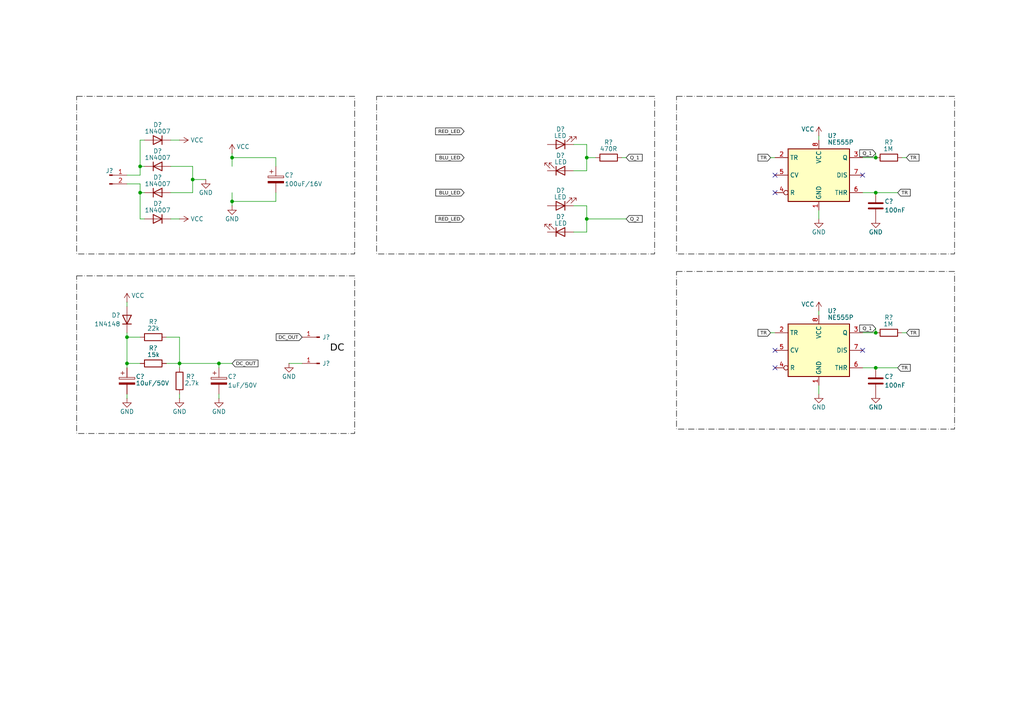
<source format=kicad_sch>
(kicad_sch (version 20231120) (generator "eeschema") (generator_version "8.0")
  (paper "A4")
  (lib_symbols
    (symbol "Connector:Conn_01x01_Pin" (pin_names (offset 1.016) hide)
      (property "Reference" "J" (at 0 2.54 0))
      (property "Value" "Conn_01x01_Pin" (at 0 -2.54 0))
      (symbol "Conn_01x01_Pin_1_1"
        (polyline (pts (xy 1.27 0) (xy 0.8636 0)) (stroke (width 0.1524)))
        (rectangle (start 0.8636 0.127) (end 0 -0.127) (stroke (width 0.1524)) (fill (type outline)))
        (pin passive line (at 5.08 0 180) (length 3.81) (name "Pin_1") (number "1"))
      )
    )
    (symbol "Connector:Conn_01x02_Pin" (pin_names (offset 1.016) hide)
      (property "Reference" "J" (at 0 2.54 0))
      (property "Value" "Conn_01x02_Pin" (at 0 -5.08 0))
      (symbol "Conn_01x02_Pin_1_1"
        (polyline (pts (xy 1.27 -2.54) (xy 0.8636 -2.54)) (stroke (width 0.1524)))
        (polyline (pts (xy 1.27 0) (xy 0.8636 0)) (stroke (width 0.1524)))
        (rectangle (start 0.8636 -2.413) (end 0 -2.667) (stroke (width 0.1524)) (fill (type outline)))
        (rectangle (start 0.8636 0.127) (end 0 -0.127) (stroke (width 0.1524)) (fill (type outline)))
        (pin passive line (at 5.08 0 180) (length 3.81) (name "Pin_1") (number "1"))
        (pin passive line (at 5.08 -2.54 180) (length 3.81) (name "Pin_2") (number "2"))
      )
    )
    (symbol "Device:C" (pin_numbers hide) (pin_names (offset 0.254))
      (property "Reference" "C" (at 0.635 2.54 0))
      (property "Value" "C" (at 0.635 -2.54 0))
      (symbol "C_0_1"
        (polyline (pts (xy -2.032 -0.762) (xy 2.032 -0.762)) (stroke (width 0.508)))
        (polyline (pts (xy -2.032 0.762) (xy 2.032 0.762)) (stroke (width 0.508)))
      )
      (symbol "C_1_1"
        (pin passive line (at 0 3.81 270) (length 2.794) (name "~") (number "1"))
        (pin passive line (at 0 -3.81 90) (length 2.794) (name "~") (number "2"))
      )
    )
    (symbol "Device:C_Polarized" (pin_numbers hide) (pin_names (offset 0.254))
      (property "Reference" "C" (at 0.635 2.54 0))
      (property "Value" "C_Polarized" (at 0.635 -2.54 0))
      (symbol "C_Polarized_0_1"
        (rectangle (start -2.286 0.508) (end 2.286 1.016))
        (polyline (pts (xy -1.778 2.286) (xy -0.762 2.286)))
        (polyline (pts (xy -1.27 2.794) (xy -1.27 1.778)))
        (rectangle (start 2.286 -0.508) (end -2.286 -1.016) (fill (type outline)))
      )
      (symbol "C_Polarized_1_1"
        (pin passive line (at 0 3.81 270) (length 2.794) (name "~") (number "1"))
        (pin passive line (at 0 -3.81 90) (length 2.794) (name "~") (number "2"))
      )
    )
    (symbol "Device:LED" (pin_numbers hide) (pin_names (offset 1.016) hide)
      (property "Reference" "D" (at 0 2.54 0))
      (property "Value" "LED" (at 0 -2.54 0))
      (symbol "LED_0_1"
        (polyline (pts (xy -1.27 -1.27) (xy -1.27 1.27)) (stroke (width 0.254)))
        (polyline (pts (xy -1.27 0) (xy 1.27 0)))
        (polyline (pts (xy 1.27 -1.27) (xy 1.27 1.27) (xy -1.27 0) (xy 1.27 -1.27)) (stroke (width 0.254)))
        (polyline (pts (xy -3.048 -0.762) (xy -4.572 -2.286) (xy -3.81 -2.286) (xy -4.572 -2.286) (xy -4.572 -1.524)))
        (polyline (pts (xy -1.778 -0.762) (xy -3.302 -2.286) (xy -2.54 -2.286) (xy -3.302 -2.286) (xy -3.302 -1.524)))
      )
      (symbol "LED_1_1"
        (pin passive line (at -3.81 0 0) (length 2.54) (name "K") (number "1"))
        (pin passive line (at 3.81 0 180) (length 2.54) (name "A") (number "2"))
      )
    )
    (symbol "Device:R" (pin_numbers hide) (pin_names (offset 0))
      (property "Reference" "R" (at 2.032 0 90))
      (property "Value" "R" (at 0 0 90))
      (symbol "R_0_1"
        (rectangle (start -1.016 -2.54) (end 1.016 2.54) (stroke (width 0.254)))
      )
      (symbol "R_1_1"
        (pin passive line (at 0 3.81 270) (length 1.27) (name "~") (number "1"))
        (pin passive line (at 0 -3.81 90) (length 1.27) (name "~") (number "2"))
      )
    )
    (symbol "Diode:1N4007" (pin_numbers hide) (pin_names hide)
      (property "Reference" "D" (at 0 2.54 0))
      (property "Value" "1N4007" (at 0 -2.54 0))
      (symbol "1N4007_0_1"
        (polyline (pts (xy -1.27 1.27) (xy -1.27 -1.27)) (stroke (width 0.254)))
        (polyline (pts (xy 1.27 0) (xy -1.27 0)))
        (polyline (pts (xy 1.27 1.27) (xy 1.27 -1.27) (xy -1.27 0) (xy 1.27 1.27)) (stroke (width 0.254)))
      )
      (symbol "1N4007_1_1"
        (pin passive line (at -3.81 0 0) (length 2.54) (name "K") (number "1"))
        (pin passive line (at 3.81 0 180) (length 2.54) (name "A") (number "2"))
      )
    )
    (symbol "Diode:1N4148" (pin_numbers hide) (pin_names hide)
      (property "Reference" "D" (at 0 2.54 0))
      (property "Value" "1N4148" (at 0 -2.54 0))
      (symbol "1N4148_0_1"
        (polyline (pts (xy -1.27 1.27) (xy -1.27 -1.27)) (stroke (width 0.254)))
        (polyline (pts (xy 1.27 0) (xy -1.27 0)))
        (polyline (pts (xy 1.27 1.27) (xy 1.27 -1.27) (xy -1.27 0) (xy 1.27 1.27)) (stroke (width 0.254)))
      )
      (symbol "1N4148_1_1"
        (pin passive line (at -3.81 0 0) (length 2.54) (name "K") (number "1"))
        (pin passive line (at 3.81 0 180) (length 2.54) (name "A") (number "2"))
      )
    )
    (symbol "Diode_Bridge:W01G" (pin_names (offset 0))
      (property "Reference" "D" (at 2.54 6.985 0))
      (property "Value" "W01G" (at 2.54 5.08 0))
      (symbol "W01G_0_1"
        (polyline (pts (xy -2.54 3.81) (xy -1.27 2.54)))
        (polyline (pts (xy -1.27 -2.54) (xy -2.54 -3.81)))
        (polyline (pts (xy 2.54 -1.27) (xy 3.81 -2.54)))
        (polyline (pts (xy 2.54 1.27) (xy 3.81 2.54)))
        (polyline (pts (xy -3.81 2.54) (xy -2.54 1.27) (xy -1.905 3.175) (xy -3.81 2.54)))
        (polyline (pts (xy -2.54 -1.27) (xy -3.81 -2.54) (xy -1.905 -3.175) (xy -2.54 -1.27)))
        (polyline (pts (xy 1.27 2.54) (xy 2.54 3.81) (xy 3.175 1.905) (xy 1.27 2.54)))
        (polyline (pts (xy 3.175 -1.905) (xy 1.27 -2.54) (xy 2.54 -3.81) (xy 3.175 -1.905)))
        (polyline (pts (xy -5.08 0) (xy 0 -5.08) (xy 5.08 0) (xy 0 5.08) (xy -5.08 0)))
      )
      (symbol "W01G_1_1"
        (pin passive line (at 7.62 0 180) (length 2.54) (name "+") (number "1"))
        (pin passive line (at 0 -7.62 90) (length 2.54) (name "~") (number "2"))
        (pin passive line (at -7.62 0 0) (length 2.54) (name "-") (number "3"))
        (pin passive line (at 0 7.62 270) (length 2.54) (name "~") (number "4"))
      )
    )
    (symbol "Timer:NE555P"
      (property "Reference" "U" (at -10.16 8.89 0))
      (property "Value" "NE555P" (at 2.54 8.89 0))
      (symbol "NE555P_0_0"
        (pin power_in line (at 0 -10.16 90) (length 2.54) (name "GND") (number "1"))
        (pin power_in line (at 0 10.16 270) (length 2.54) (name "VCC") (number "8"))
      )
      (symbol "NE555P_0_1"
        (rectangle (start -8.89 -7.62) (end 8.89 7.62) (stroke (width 0.254)) (fill (type background)))
        (rectangle (start -8.89 -7.62) (end 8.89 7.62) (stroke (width 0.254)) (fill (type background)))
      )
      (symbol "NE555P_1_1"
        (pin input line (at -12.7 5.08 0) (length 3.81) (name "TR") (number "2"))
        (pin output line (at 12.7 5.08 180) (length 3.81) (name "Q") (number "3"))
        (pin input inverted (at -12.7 -5.08 0) (length 3.81) (name "R") (number "4"))
        (pin input line (at -12.7 0 0) (length 3.81) (name "CV") (number "5"))
        (pin input line (at 12.7 -5.08 180) (length 3.81) (name "THR") (number "6"))
        (pin input line (at 12.7 0 180) (length 3.81) (name "DIS") (number "7"))
      )
    )
    (symbol "power:GND" (power) (pin_numbers hide) (pin_names (offset 0) hide)
      (property "Value" "GND" (at 0 -3.81 0))
      (symbol "GND_0_1"
        (polyline (pts (xy 0 0) (xy 0 -1.27) (xy 1.27 -1.27) (xy 0 -2.54) (xy -1.27 -1.27) (xy 0 -1.27)))
      )
      (symbol "GND_1_1"
        (pin power_in line (at 0 0 270) (length 0) (name "~") (number "1"))
      )
    )
    (symbol "power:VCC" (power) (pin_numbers hide) (pin_names (offset 0) hide)
      (property "Value" "VCC" (at 0 3.556 0))
      (symbol "VCC_0_1"
        (polyline (pts (xy -0.762 1.27) (xy 0 2.54)))
        (polyline (pts (xy 0 0) (xy 0 2.54)))
        (polyline (pts (xy 0 2.54) (xy 0.762 1.27)))
      )
      (symbol "VCC_1_1"
        (pin power_in line (at 0 0 90) (length 0) (name "~") (number "1"))
      )
    )
    (symbol "power:VCCQ" (power) (pin_numbers hide) (pin_names (offset 0) hide)
      (property "Value" "VCCQ" (at 0 3.556 0))
      (symbol "VCCQ_0_1"
        (polyline (pts (xy -0.762 1.27) (xy 0 2.54)))
        (polyline (pts (xy 0 0) (xy 0 2.54)))
        (polyline (pts (xy 0 2.54) (xy 0.762 1.27)))
      )
      (symbol "VCCQ_1_1"
        (pin power_in line (at 0 0 90) (length 0) (name "~") (number "1"))
      )
    )
  )
  (junction (at 170.18 45.72))
  (junction (at 49.53 -40.64))
  (junction (at 52.07 105.41))
  (junction (at 67.31 45.72))
  (junction (at 40.64 55.88))
  (junction (at 254 106.68))
  (junction (at 55.88 52.07))
  (junction (at 254 45.72))
  (junction (at 36.83 -20.32))
  (junction (at 40.64 48.26))
  (junction (at 49.53 -30.48))
  (junction (at 49.53 -10.16))
  (junction (at 254 55.88))
  (junction (at 63.5 105.41))
  (junction (at 254 96.52))
  (junction (at 49.53 -20.32))
  (junction (at 36.83 97.79))
  (junction (at 36.83 105.41))
  (junction (at 67.31 58.42))
  (junction (at 36.83 -30.48))
  (junction (at 170.18 63.5))
  (no_connect (at 250.19 101.6))
  (no_connect (at 224.79 106.68))
  (no_connect (at 224.79 50.8))
  (no_connect (at 250.19 50.8))
  (no_connect (at 224.79 55.88))
  (no_connect (at 224.79 101.6))
  (wire (pts (xy 80.01 58.42) (xy 80.01 55.88)))
  (wire (pts (xy 67.31 45.72) (xy 80.01 45.72)))
  (wire (pts (xy 181.61 45.72) (xy 180.34 45.72)))
  (wire (pts (xy 45.72 -20.32) (xy 49.53 -20.32)))
  (wire (pts (xy 36.83 -24.13) (xy 36.83 -20.32)))
  (wire (pts (xy 254 44.45) (xy 254 45.72)))
  (wire (pts (xy 49.53 -30.48) (xy 49.53 -20.32)))
  (wire (pts (xy 250.19 96.52) (xy 254 96.52)))
  (wire (pts (xy 260.35 55.88) (xy 254 55.88)))
  (wire (pts (xy 49.53 -30.48) (xy 54.61 -30.48)))
  (wire (pts (xy 170.18 45.72) (xy 170.18 49.53)))
  (wire (pts (xy 41.91 40.64) (xy 40.64 40.64)))
  (wire (pts (xy 36.83 -24.13) (xy 33.02 -24.13)))
  (wire (pts (xy 40.64 55.88) (xy 41.91 55.88)))
  (wire (pts (xy 49.53 -10.16) (xy 45.72 -10.16)))
  (wire (pts (xy 40.64 105.41) (xy 36.83 105.41)))
  (wire (pts (xy 36.83 97.79) (xy 36.83 105.41)))
  (wire (pts (xy 237.49 90.17) (xy 237.49 91.44)))
  (wire (pts (xy 63.5 114.3) (xy 63.5 115.57)))
  (wire (pts (xy 49.53 -11.43) (xy 49.53 -10.16)))
  (wire (pts (xy 170.18 63.5) (xy 181.61 63.5)))
  (wire (pts (xy 36.83 50.8) (xy 40.64 50.8)))
  (wire (pts (xy 170.18 45.72) (xy 172.72 45.72)))
  (wire (pts (xy 52.07 115.57) (xy 52.07 114.3)))
  (wire (pts (xy 40.64 97.79) (xy 36.83 97.79)))
  (wire (pts (xy 49.53 -40.64) (xy 53.34 -40.64)))
  (wire (pts (xy 40.64 40.64) (xy 40.64 48.26)))
  (wire (pts (xy 170.18 59.69) (xy 170.18 63.5)))
  (wire (pts (xy 260.35 106.68) (xy 254 106.68)))
  (wire (pts (xy 67.31 44.45) (xy 67.31 45.72)))
  (wire (pts (xy 40.64 55.88) (xy 40.64 63.5)))
  (wire (pts (xy 170.18 41.91) (xy 170.18 45.72)))
  (wire (pts (xy 36.83 53.34) (xy 40.64 53.34)))
  (wire (pts (xy 262.89 96.52) (xy 261.62 96.52)))
  (wire (pts (xy 250.19 55.88) (xy 254 55.88)))
  (wire (pts (xy 38.1 -10.16) (xy 36.83 -10.16)))
  (wire (pts (xy 36.83 -40.64) (xy 38.1 -40.64)))
  (wire (pts (xy 36.83 105.41) (xy 36.83 106.68)))
  (wire (pts (xy 67.31 55.88) (xy 67.31 58.42)))
  (wire (pts (xy 36.83 114.3) (xy 36.83 115.57)))
  (wire (pts (xy 49.53 -40.64) (xy 49.53 -39.37)))
  (wire (pts (xy 40.64 48.26) (xy 41.91 48.26)))
  (wire (pts (xy 223.52 96.52) (xy 224.79 96.52)))
  (wire (pts (xy 49.53 -41.91) (xy 49.53 -40.64)))
  (wire (pts (xy 49.53 -19.05) (xy 49.53 -20.32)))
  (wire (pts (xy 67.31 58.42) (xy 80.01 58.42)))
  (wire (pts (xy 54.61 -30.48) (xy 54.61 -29.21)))
  (wire (pts (xy 170.18 41.91) (xy 166.37 41.91)))
  (wire (pts (xy 49.53 -8.89) (xy 49.53 -10.16)))
  (wire (pts (xy 262.89 45.72) (xy 261.62 45.72)))
  (wire (pts (xy 170.18 67.31) (xy 166.37 67.31)))
  (wire (pts (xy 36.83 96.52) (xy 36.83 97.79)))
  (wire (pts (xy 36.83 -10.16) (xy 36.83 -20.32)))
  (wire (pts (xy 170.18 59.69) (xy 166.37 59.69)))
  (wire (pts (xy 40.64 50.8) (xy 40.64 48.26)))
  (wire (pts (xy 36.83 -30.48) (xy 38.1 -30.48)))
  (wire (pts (xy 48.26 97.79) (xy 52.07 97.79)))
  (wire (pts (xy 49.53 -30.48) (xy 49.53 -31.75)))
  (wire (pts (xy 36.83 87.63) (xy 36.83 88.9)))
  (wire (pts (xy 55.88 48.26) (xy 55.88 52.07)))
  (wire (pts (xy 52.07 105.41) (xy 63.5 105.41)))
  (wire (pts (xy 254 95.25) (xy 254 96.52)))
  (wire (pts (xy 223.52 45.72) (xy 224.79 45.72)))
  (wire (pts (xy 63.5 105.41) (xy 67.31 105.41)))
  (wire (pts (xy 55.88 55.88) (xy 49.53 55.88)))
  (wire (pts (xy 55.88 52.07) (xy 55.88 55.88)))
  (wire (pts (xy 52.07 63.5) (xy 49.53 63.5)))
  (wire (pts (xy 45.72 -30.48) (xy 49.53 -30.48)))
  (wire (pts (xy 59.69 52.07) (xy 55.88 52.07)))
  (wire (pts (xy 45.72 -40.64) (xy 49.53 -40.64)))
  (wire (pts (xy 63.5 106.68) (xy 63.5 105.41)))
  (wire (pts (xy 49.53 48.26) (xy 55.88 48.26)))
  (wire (pts (xy 52.07 40.64) (xy 49.53 40.64)))
  (wire (pts (xy 52.07 97.79) (xy 52.07 105.41)))
  (wire (pts (xy 67.31 45.72) (xy 67.31 48.26)))
  (wire (pts (xy 237.49 39.37) (xy 237.49 40.64)))
  (wire (pts (xy 237.49 63.5) (xy 237.49 60.96)))
  (wire (pts (xy 170.18 49.53) (xy 166.37 49.53)))
  (wire (pts (xy 40.64 53.34) (xy 40.64 55.88)))
  (wire (pts (xy 36.83 -30.48) (xy 36.83 -26.67)))
  (wire (pts (xy 36.83 -30.48) (xy 36.83 -40.64)))
  (wire (pts (xy 250.19 45.72) (xy 254 45.72)))
  (wire (pts (xy 170.18 63.5) (xy 170.18 67.31)))
  (wire (pts (xy 80.01 45.72) (xy 80.01 48.26)))
  (wire (pts (xy 83.82 105.41) (xy 87.63 105.41)))
  (wire (pts (xy 250.19 106.68) (xy 254 106.68)))
  (wire (pts (xy 40.64 63.5) (xy 41.91 63.5)))
  (wire (pts (xy 52.07 105.41) (xy 52.07 106.68)))
  (wire (pts (xy 237.49 114.3) (xy 237.49 111.76)))
  (wire (pts (xy 36.83 -20.32) (xy 38.1 -20.32)))
  (wire (pts (xy 36.83 -26.67) (xy 33.02 -26.67)))
  (wire (pts (xy 67.31 59.69) (xy 67.31 58.42)))
  (wire (pts (xy 48.26 105.41) (xy 52.07 105.41)))
  (rectangle (start 22.225 27.94) (end 102.87 73.66) (stroke (width 0) (type dash_dot) (color 0 0 0 1)))
  (rectangle (start 196.215 27.94) (end 276.86 73.66) (stroke (width 0) (type dash_dot) (color 0 0 0 1)))
  (rectangle (start 109.22 27.94) (end 189.865 73.66) (stroke (width 0) (type dash_dot) (color 0 0 0 1)))
  (rectangle (start 196.215 78.74) (end 276.86 124.46) (stroke (width 0) (type dash_dot) (color 0 0 0 1)))
  (rectangle (start 22.225 80.01) (end 102.87 125.73) (stroke (width 0) (type dash_dot) (color 0 0 0 1)))
  (text "AC" (at 24.13 -24.765 0) (effects (font (size 2 2))))
  (text "DC" (at 97.79 101.6 0) (effects (font (size 2 2))))
  (global_label "BLU_LED" (shape input) (at 134.62 55.88 180) (effects (font (size 1 1))) (property "Intersheetrefs" "${INTERSHEET_REFS}" (effects (hide yes))))
  (global_label "TR" (shape input) (at 262.89 96.52 0) (effects (font (size 1 1))) (property "Intersheetrefs" "${INTERSHEET_REFS}" (effects (hide yes))))
  (global_label "Q_1" (shape input) (at 254 95.25 180) (effects (font (size 1 1))) (property "Intersheetrefs" "${INTERSHEET_REFS}" (effects (hide yes))))
  (global_label "TR" (shape input) (at 260.35 106.68 0) (effects (font (size 1 1))) (property "Intersheetrefs" "${INTERSHEET_REFS}" (effects (hide yes))))
  (global_label "Q_2" (shape input) (at 181.61 63.5 0) (effects (font (size 1 1))) (property "Intersheetrefs" "${INTERSHEET_REFS}" (effects (hide yes))))
  (global_label "DC_OUT" (shape input) (at 87.63 97.79 180) (effects (font (size 1 1))) (property "Intersheetrefs" "${INTERSHEET_REFS}" (effects (hide yes))))
  (global_label "DC_OUT" (shape input) (at 67.31 105.41 0) (effects (font (size 1 1))) (property "Intersheetrefs" "${INTERSHEET_REFS}" (effects (hide yes))))
  (global_label "Q_1" (shape input) (at 254 44.45 180) (effects (font (size 1 1))) (property "Intersheetrefs" "${INTERSHEET_REFS}" (effects (hide yes))))
  (global_label "RED_LED" (shape input) (at 134.62 38.1 180) (effects (font (size 1 1))) (property "Intersheetrefs" "${INTERSHEET_REFS}" (effects (hide yes))))
  (global_label "TR" (shape input) (at 260.35 55.88 0) (effects (font (size 1 1))) (property "Intersheetrefs" "${INTERSHEET_REFS}" (effects (hide yes))))
  (global_label "TR" (shape input) (at 262.89 45.72 0) (effects (font (size 1 1))) (property "Intersheetrefs" "${INTERSHEET_REFS}" (effects (hide yes))))
  (global_label "TR" (shape input) (at 223.52 96.52 180) (effects (font (size 1 1))) (property "Intersheetrefs" "${INTERSHEET_REFS}" (effects (hide yes))))
  (global_label "BLU_LED" (shape input) (at 134.62 45.72 180) (effects (font (size 1 1))) (property "Intersheetrefs" "${INTERSHEET_REFS}" (effects (hide yes))))
  (global_label "RED_LED" (shape input) (at 134.62 63.5 180) (effects (font (size 1 1))) (property "Intersheetrefs" "${INTERSHEET_REFS}" (effects (hide yes))))
  (global_label "Q_1" (shape input) (at 181.61 45.72 0) (effects (font (size 1 1))) (property "Intersheetrefs" "${INTERSHEET_REFS}" (effects (hide yes))))
  (global_label "TR" (shape input) (at 223.52 45.72 180) (effects (font (size 1 1))) (property "Intersheetrefs" "${INTERSHEET_REFS}" (effects (hide yes))))
  (symbol (lib_id "Diode:1N4007") (at 45.72 48.26 0) (unit 1)
    (property "Reference" "D?" (at 45.72 43.815 0))
    (property "Value" "1N4007" (at 45.72 45.72 0))
    (property "Footprint" "Diode_THT:D_DO-41_SOD81_P10.16mm_Horizontal" (effects (hide yes)))
    (property "Datasheet" "http://www.vishay.com/docs/88503/1n4001.pdf" (effects (hide yes)))
    (property "Description" "1000V 1A General Purpose Rectifier Diode, DO-41" (effects (hide yes)))
    (property "Sim.Device" "D" (effects (hide yes)))
    (property "Sim.Pins" "1=K 2=A" (effects (hide yes)))
  )
  (symbol (lib_id "power:GND") (at 67.31 59.69 0) (unit 1)
    (property "Reference" "#PWR024" (effects (hide yes)))
    (property "Value" "GND" (at 67.31 63.5 0))
    (property "Description" "Power symbol creates a global label with name \"GND\" , ground" (effects (hide yes)))
  )
  (symbol (lib_id "Device:R") (at 44.45 105.41 90) (unit 1)
    (property "Reference" "R?" (at 45.72 100.965 90) (effects (justify left)))
    (property "Value" "15k" (at 46.355 102.87 90) (effects (justify left)))
    (property "Footprint" "Resistor_THT:R_Axial_DIN0207_L6.3mm_D2.5mm_P10.16mm_Horizontal" (effects (hide yes)))
    (property "Description" "Resistor" (effects (hide yes)))
  )
  (symbol (lib_id "Device:LED") (at 162.56 49.53 0) (mirror x) (unit 1)
    (property "Reference" "D?" (at 163.83 45.085 0) (effects (justify right)))
    (property "Value" "LED" (at 164.465 46.99 0) (effects (justify right)))
    (property "Footprint" "LED_THT:LED_D5.0mm_Clear" (effects (hide yes)))
    (property "Description" "Light emitting diode" (effects (hide yes)))
  )
  (symbol (lib_id "Diode_Bridge:W01G") (at 123.19 -22.86 0) (unit 1)
    (property "Reference" "D?" (at 132.08 -29.2802 0))
    (property "Value" "W01G" (at 132.08 -26.7402 0))
    (property "Footprint" "Diode_THT:Diode_Bridge_Round_D9.8mm" (effects (hide yes)))
    (property "Datasheet" "https://www.vishay.com/docs/88769/woo5g.pdf" (effects (hide yes)))
    (property "Description" "Glass Passivated Single-Phase Bridge Rectifier, 70V Vrms, 1.5A If, WOG package" (effects (hide yes)))
  )
  (symbol (lib_id "Diode:1N4007") (at 41.91 -40.64 0) (mirror y) (unit 1)
    (property "Reference" "D?" (at 41.91 -45.085 0))
    (property "Value" "1N4007" (at 41.91 -43.18 0))
    (property "Footprint" "Diode_THT:D_DO-41_SOD81_P10.16mm_Horizontal" (effects (hide yes)))
    (property "Datasheet" "http://www.vishay.com/docs/88503/1n4001.pdf" (effects (hide yes)))
    (property "Description" "1000V 1A General Purpose Rectifier Diode, DO-41" (effects (hide yes)))
    (property "Sim.Device" "D" (effects (hide yes)))
    (property "Sim.Pins" "1=K 2=A" (effects (hide yes)))
  )
  (symbol (lib_id "power:GND") (at 254 114.3 0) (unit 1)
    (property "Reference" "#PWR019" (effects (hide yes)))
    (property "Value" "GND" (at 254 118.11 0))
    (property "Description" "Power symbol creates a global label with name \"GND\" , ground" (effects (hide yes)))
  )
  (symbol (lib_id "Diode:1N4007") (at 41.91 -20.32 0) (unit 1)
    (property "Reference" "D?" (at 41.91 -24.765 0))
    (property "Value" "1N4007" (at 41.91 -22.86 0))
    (property "Footprint" "Diode_THT:D_DO-41_SOD81_P10.16mm_Horizontal" (effects (hide yes)))
    (property "Datasheet" "http://www.vishay.com/docs/88503/1n4001.pdf" (effects (hide yes)))
    (property "Description" "1000V 1A General Purpose Rectifier Diode, DO-41" (effects (hide yes)))
    (property "Sim.Device" "D" (effects (hide yes)))
    (property "Sim.Pins" "1=K 2=A" (effects (hide yes)))
  )
  (symbol (lib_id "power:VCC") (at 36.83 87.63 0) (unit 1)
    (property "Reference" "#PWR01" (effects (hide yes)))
    (property "Value" "VCC" (at 40.005 85.725 0))
    (property "Description" "Power symbol creates a global label with name \"VCC\"" (effects (hide yes)))
  )
  (symbol (lib_id "Diode:1N4007") (at 41.91 -30.48 0) (unit 1)
    (property "Reference" "D?" (at 41.91 -34.925 0))
    (property "Value" "1N4007" (at 41.91 -33.02 0))
    (property "Footprint" "Diode_THT:D_DO-41_SOD81_P10.16mm_Horizontal" (effects (hide yes)))
    (property "Datasheet" "http://www.vishay.com/docs/88503/1n4001.pdf" (effects (hide yes)))
    (property "Description" "1000V 1A General Purpose Rectifier Diode, DO-41" (effects (hide yes)))
    (property "Sim.Device" "D" (effects (hide yes)))
    (property "Sim.Pins" "1=K 2=A" (effects (hide yes)))
  )
  (symbol (lib_id "power:VCC") (at 60.96 -40.64 270) (unit 1)
    (property "Reference" "#PWR08" (effects (hide yes)))
    (property "Value" "VCC" (at 64.77 -40.6401 90) (effects (justify left)))
    (property "Description" "Power symbol creates a global label with name \"VCC\"" (effects (hide yes)))
  )
  (symbol (lib_id "Device:C_Polarized") (at 49.53 -35.56 0) (unit 1)
    (property "Reference" "C?" (at 52.07 -36.83 0) (effects (justify left)))
    (property "Value" "100uF/16V" (at 52.07 -34.29 0) (effects (justify left)))
    (property "Footprint" "Capacitor_THT:CP_Radial_D6.3mm_P2.50mm" (effects (hide yes)))
    (property "Description" "Polarized capacitor" (effects (hide yes)))
  )
  (symbol (lib_id "power:GND") (at 36.83 115.57 0) (unit 1)
    (property "Reference" "#PWR02" (effects (hide yes)))
    (property "Value" "GND" (at 36.83 119.38 0))
    (property "Description" "Power symbol creates a global label with name \"GND\" , ground" (effects (hide yes)))
  )
  (symbol (lib_id "Device:LED") (at 162.56 59.69 180) (unit 1)
    (property "Reference" "D?" (at 161.29 55.245 0) (effects (justify right)))
    (property "Value" "LED" (at 160.655 57.15 0) (effects (justify right)))
    (property "Footprint" "LED_THT:LED_D5.0mm_Clear" (effects (hide yes)))
    (property "Description" "Light emitting diode" (effects (hide yes)))
  )
  (symbol (lib_id "Device:C_Polarized") (at 36.83 110.49 0) (unit 1)
    (property "Reference" "C?" (at 39.37 109.22 0) (effects (justify left)))
    (property "Value" "10uF/50V" (at 39.37 111.125 0) (effects (justify left)))
    (property "Footprint" "Capacitor_THT:CP_Radial_D6.3mm_P2.50mm" (effects (hide yes)))
    (property "Description" "Polarized capacitor" (effects (hide yes)))
  )
  (symbol (lib_id "power:VCC") (at 67.31 44.45 0) (unit 1)
    (property "Reference" "#PWR023" (effects (hide yes)))
    (property "Value" "VCC" (at 70.485 42.545 0))
    (property "Description" "Power symbol creates a global label with name \"VCC\"" (effects (hide yes)))
  )
  (symbol (lib_id "power:VCCQ") (at 49.53 -41.91 0) (unit 1)
    (property "Reference" "#PWR05" (effects (hide yes)))
    (property "Value" "VCCQ" (at 49.53 -45.72 0))
    (property "Description" "Power symbol creates a global label with name \"VCCQ\"" (effects (hide yes)))
  )
  (symbol (lib_id "Device:C") (at 254 110.49 0) (unit 1)
    (property "Reference" "C?" (at 256.54 109.22 0) (effects (justify left)))
    (property "Value" "100nF" (at 256.54 111.76 0) (effects (justify left)))
    (property "Footprint" "Capacitor_THT:C_Disc_D6.0mm_W2.5mm_P5.00mm" (effects (hide yes)))
    (property "Description" "Unpolarized capacitor" (effects (hide yes)))
  )
  (symbol (lib_id "power:VCC") (at 52.07 63.5 270) (unit 1)
    (property "Reference" "#PWR022" (effects (hide yes)))
    (property "Value" "VCC" (at 57.15 63.5 90))
    (property "Description" "Power symbol creates a global label with name \"VCC\"" (effects (hide yes)))
  )
  (symbol (lib_id "Device:C") (at 254 59.69 0) (unit 1)
    (property "Reference" "C?" (at 256.54 58.42 0) (effects (justify left)))
    (property "Value" "100nF" (at 256.54 60.96 0) (effects (justify left)))
    (property "Footprint" "Capacitor_THT:C_Disc_D6.0mm_W2.5mm_P5.00mm" (effects (hide yes)))
    (property "Description" "Unpolarized capacitor" (effects (hide yes)))
  )
  (symbol (lib_id "Diode:1N4007") (at 41.91 -10.16 0) (mirror y) (unit 1)
    (property "Reference" "D?" (at 41.91 -14.605 0))
    (property "Value" "1N4007" (at 41.91 -12.7 0))
    (property "Footprint" "Diode_THT:D_DO-41_SOD81_P10.16mm_Horizontal" (effects (hide yes)))
    (property "Datasheet" "http://www.vishay.com/docs/88503/1n4001.pdf" (effects (hide yes)))
    (property "Description" "1000V 1A General Purpose Rectifier Diode, DO-41" (effects (hide yes)))
    (property "Sim.Device" "D" (effects (hide yes)))
    (property "Sim.Pins" "1=K 2=A" (effects (hide yes)))
  )
  (symbol (lib_id "Device:C_Polarized") (at 63.5 110.49 0) (unit 1)
    (property "Reference" "C?" (at 66.04 109.22 0) (effects (justify left)))
    (property "Value" "1uF/50V" (at 66.04 111.76 0) (effects (justify left)))
    (property "Footprint" "Capacitor_THT:CP_Radial_D6.3mm_P2.50mm" (effects (hide yes)))
    (property "Description" "Polarized capacitor" (effects (hide yes)))
  )
  (symbol (lib_id "Diode:1N4007") (at 57.15 -40.64 0) (mirror y) (unit 1)
    (property "Reference" "D?" (at 57.15 -45.085 0))
    (property "Value" "1N4007" (at 57.15 -43.18 0))
    (property "Footprint" "Diode_THT:D_DO-41_SOD81_P10.16mm_Horizontal" (effects (hide yes)))
    (property "Datasheet" "http://www.vishay.com/docs/88503/1n4001.pdf" (effects (hide yes)))
    (property "Description" "1000V 1A General Purpose Rectifier Diode, DO-41" (effects (hide yes)))
    (property "Sim.Device" "D" (effects (hide yes)))
    (property "Sim.Pins" "1=K 2=A" (effects (hide yes)))
  )
  (symbol (lib_id "Device:R") (at 44.45 97.79 90) (unit 1)
    (property "Reference" "R?" (at 45.72 93.345 90) (effects (justify left)))
    (property "Value" "22k" (at 46.355 95.25 90) (effects (justify left)))
    (property "Footprint" "Resistor_THT:R_Axial_DIN0207_L6.3mm_D2.5mm_P10.16mm_Horizontal" (effects (hide yes)))
    (property "Description" "Resistor" (effects (hide yes)))
  )
  (symbol (lib_id "Diode:1N4007") (at 45.72 40.64 0) (mirror y) (unit 1)
    (property "Reference" "D?" (at 45.72 36.195 0))
    (property "Value" "1N4007" (at 45.72 38.1 0))
    (property "Footprint" "Diode_THT:D_DO-41_SOD81_P10.16mm_Horizontal" (effects (hide yes)))
    (property "Datasheet" "http://www.vishay.com/docs/88503/1n4001.pdf" (effects (hide yes)))
    (property "Description" "1000V 1A General Purpose Rectifier Diode, DO-41" (effects (hide yes)))
    (property "Sim.Device" "D" (effects (hide yes)))
    (property "Sim.Pins" "1=K 2=A" (effects (hide yes)))
  )
  (symbol (lib_id "power:GND") (at 254 63.5 0) (unit 1)
    (property "Reference" "#PWR014" (effects (hide yes)))
    (property "Value" "GND" (at 254 67.31 0))
    (property "Description" "Power symbol creates a global label with name \"GND\" , ground" (effects (hide yes)))
  )
  (symbol (lib_id "Device:R") (at 52.07 110.49 180) (unit 1)
    (property "Reference" "R?" (at 56.515 109.22 0) (effects (justify left)))
    (property "Value" "2.7k" (at 57.785 111.125 0) (effects (justify left)))
    (property "Footprint" "Resistor_THT:R_Axial_DIN0207_L6.3mm_D2.5mm_P10.16mm_Horizontal" (effects (hide yes)))
    (property "Description" "Resistor" (effects (hide yes)))
  )
  (symbol (lib_id "power:VCC") (at 237.49 39.37 0) (unit 1)
    (property "Reference" "#PWR017" (effects (hide yes)))
    (property "Value" "VCC" (at 234.315 37.465 0))
    (property "Description" "Power symbol creates a global label with name \"VCC\"" (effects (hide yes)))
  )
  (symbol (lib_id "Timer:NE555P") (at 237.49 101.6 0) (unit 1)
    (property "Reference" "U?" (at 240.03 90.17 0) (effects (justify left)))
    (property "Value" "NE555P" (at 240.03 92.075 0) (effects (justify left)))
    (property "Footprint" "Package_DIP:DIP-8_W7.62mm" (effects (hide yes)))
    (property "Datasheet" "http://www.ti.com/lit/ds/symlink/ne555.pdf" (effects (hide yes)))
    (property "Description" "Precision Timers, 555 compatible,  PDIP-8" (effects (hide yes)))
  )
  (symbol (lib_id "power:VCCQ") (at 49.53 -8.89 180) (unit 1)
    (property "Reference" "#PWR06" (effects (hide yes)))
    (property "Value" "VCCQ" (at 53.34 -6.985 0))
    (property "Description" "Power symbol creates a global label with name \"VCCQ\"" (effects (hide yes)))
  )
  (symbol (lib_id "power:GND") (at 59.69 52.07 0) (unit 1)
    (property "Reference" "#PWR020" (effects (hide yes)))
    (property "Value" "GND" (at 59.69 55.88 0))
    (property "Description" "Power symbol creates a global label with name \"GND\" , ground" (effects (hide yes)))
  )
  (symbol (lib_id "Device:LED") (at 162.56 41.91 180) (unit 1)
    (property "Reference" "D?" (at 161.29 37.465 0) (effects (justify right)))
    (property "Value" "LED" (at 160.655 39.37 0) (effects (justify right)))
    (property "Footprint" "LED_THT:LED_D5.0mm_Clear" (effects (hide yes)))
    (property "Description" "Light emitting diode" (effects (hide yes)))
  )
  (symbol (lib_id "power:GND") (at 52.07 115.57 0) (unit 1)
    (property "Reference" "#PWR03" (effects (hide yes)))
    (property "Value" "GND" (at 52.07 119.38 0))
    (property "Description" "Power symbol creates a global label with name \"GND\" , ground" (effects (hide yes)))
  )
  (symbol (lib_id "Connector:Conn_01x01_Pin") (at 92.71 97.79 180) (unit 1)
    (property "Reference" "J?" (at 94.615 97.79 0))
    (property "Value" "DC" (effects (hide yes)))
    (property "Footprint" "Connector_PinHeader_2.54mm:PinHeader_1x01_P2.54mm_Vertical" (effects (hide yes)))
    (property "Description" "Generic connector, single row, 01x01, script generated" (effects (hide yes)))
  )
  (symbol (lib_id "power:GND") (at 237.49 114.3 0) (unit 1)
    (property "Reference" "#PWR016" (effects (hide yes)))
    (property "Value" "GND" (at 237.49 118.11 0))
    (property "Description" "Power symbol creates a global label with name \"GND\" , ground" (effects (hide yes)))
  )
  (symbol (lib_id "power:GND") (at 54.61 -29.21 0) (unit 1)
    (property "Reference" "#PWR07" (effects (hide yes)))
    (property "Value" "GND" (at 54.61 -25.4 0))
    (property "Description" "Power symbol creates a global label with name \"GND\" , ground" (effects (hide yes)))
  )
  (symbol (lib_id "power:GND") (at 63.5 115.57 0) (unit 1)
    (property "Reference" "#PWR04" (effects (hide yes)))
    (property "Value" "GND" (at 63.5 119.38 0))
    (property "Description" "Power symbol creates a global label with name \"GND\" , ground" (effects (hide yes)))
  )
  (symbol (lib_id "Connector:Conn_01x01_Pin") (at 92.71 105.41 180) (unit 1)
    (property "Reference" "J?" (at 94.615 105.41 0))
    (property "Value" "DC" (effects (hide yes)))
    (property "Footprint" "Connector_PinHeader_2.54mm:PinHeader_1x01_P2.54mm_Vertical" (effects (hide yes)))
    (property "Description" "Generic connector, single row, 01x01, script generated" (effects (hide yes)))
  )
  (symbol (lib_id "Connector:Conn_01x02_Pin") (at 27.94 -26.67 0) (unit 1)
    (property "Reference" "J?" (at 27.94 -27.94 0))
    (property "Value" "Conn_01x02_Pin" (effects (hide yes)))
    (property "Footprint" "Connector_PinHeader_2.54mm:PinHeader_1x02_P2.54mm_Vertical" (effects (hide yes)))
    (property "Description" "Generic connector, single row, 01x02, script generated" (effects (hide yes)))
  )
  (symbol (lib_id "Diode:1N4148") (at 36.83 92.71 270) (mirror x) (unit 1)
    (property "Reference" "D?" (at 34.925 91.44 90) (effects (justify right)))
    (property "Value" "1N4148" (at 34.925 93.98 90) (effects (justify right)))
    (property "Footprint" "Diode_THT:D_DO-35_SOD27_P7.62mm_Horizontal" (effects (hide yes)))
    (property "Datasheet" "https://assets.nexperia.com/documents/data-sheet/1N4148_1N4448.pdf" (effects (hide yes)))
    (property "Description" "100V 0.15A standard switching diode, DO-35" (effects (hide yes)))
    (property "Sim.Device" "D" (effects (hide yes)))
    (property "Sim.Pins" "1=K 2=A" (effects (hide yes)))
  )
  (symbol (lib_id "power:GND") (at 237.49 63.5 0) (unit 1)
    (property "Reference" "#PWR018" (effects (hide yes)))
    (property "Value" "GND" (at 237.49 67.31 0))
    (property "Description" "Power symbol creates a global label with name \"GND\" , ground" (effects (hide yes)))
  )
  (symbol (lib_id "Device:C_Polarized") (at 80.01 52.07 0) (unit 1)
    (property "Reference" "C?" (at 82.55 50.8 0) (effects (justify left)))
    (property "Value" "100uF/16V" (at 82.55 53.34 0) (effects (justify left)))
    (property "Footprint" "Capacitor_THT:CP_Radial_D6.3mm_P2.50mm" (effects (hide yes)))
    (property "Description" "Polarized capacitor" (effects (hide yes)))
  )
  (symbol (lib_id "Device:R") (at 176.53 45.72 90) (unit 1)
    (property "Reference" "R?" (at 177.8 41.275 90) (effects (justify left)))
    (property "Value" "470R" (at 179.07 43.18 90) (effects (justify left)))
    (property "Footprint" "Resistor_THT:R_Axial_DIN0207_L6.3mm_D2.5mm_P10.16mm_Horizontal" (effects (hide yes)))
    (property "Description" "Resistor" (effects (hide yes)))
  )
  (symbol (lib_id "Device:C") (at 49.53 -15.24 0) (unit 1)
    (property "Reference" "C?" (at 52.07 -16.51 0) (effects (justify left)))
    (property "Value" "100pF" (at 52.07 -13.97 0) (effects (justify left)))
    (property "Footprint" "Capacitor_THT:C_Disc_D6.0mm_W2.5mm_P5.00mm" (effects (hide yes)))
    (property "Description" "Unpolarized capacitor" (effects (hide yes)))
  )
  (symbol (lib_id "power:GND") (at 83.82 105.41 0) (unit 1)
    (property "Reference" "#PWR09" (effects (hide yes)))
    (property "Value" "GND" (at 83.82 109.22 0))
    (property "Description" "Power symbol creates a global label with name \"GND\" , ground" (effects (hide yes)))
  )
  (symbol (lib_id "Device:R") (at 257.81 96.52 90) (unit 1)
    (property "Reference" "R?" (at 259.08 92.075 90) (effects (justify left)))
    (property "Value" "1M" (at 259.08 93.98 90) (effects (justify left)))
    (property "Footprint" "Resistor_THT:R_Axial_DIN0207_L6.3mm_D2.5mm_P10.16mm_Horizontal" (effects (hide yes)))
    (property "Description" "Resistor" (effects (hide yes)))
  )
  (symbol (lib_id "Timer:NE555P") (at 237.49 50.8 0) (unit 1)
    (property "Reference" "U?" (at 240.03 39.37 0) (effects (justify left)))
    (property "Value" "NE555P" (at 240.03 41.275 0) (effects (justify left)))
    (property "Footprint" "Package_DIP:DIP-8_W7.62mm" (effects (hide yes)))
    (property "Datasheet" "http://www.ti.com/lit/ds/symlink/ne555.pdf" (effects (hide yes)))
    (property "Description" "Precision Timers, 555 compatible,  PDIP-8" (effects (hide yes)))
  )
  (symbol (lib_id "power:VCC") (at 237.49 90.17 0) (unit 1)
    (property "Reference" "#PWR015" (effects (hide yes)))
    (property "Value" "VCC" (at 234.315 88.265 0))
    (property "Description" "Power symbol creates a global label with name \"VCC\"" (effects (hide yes)))
  )
  (symbol (lib_id "Diode:1N4007") (at 45.72 55.88 0) (unit 1)
    (property "Reference" "D?" (at 45.72 51.435 0))
    (property "Value" "1N4007" (at 45.72 53.34 0))
    (property "Footprint" "Diode_THT:D_DO-41_SOD81_P10.16mm_Horizontal" (effects (hide yes)))
    (property "Datasheet" "http://www.vishay.com/docs/88503/1n4001.pdf" (effects (hide yes)))
    (property "Description" "1000V 1A General Purpose Rectifier Diode, DO-41" (effects (hide yes)))
    (property "Sim.Device" "D" (effects (hide yes)))
    (property "Sim.Pins" "1=K 2=A" (effects (hide yes)))
  )
  (symbol (lib_id "Device:R") (at 257.81 45.72 90) (unit 1)
    (property "Reference" "R?" (at 259.08 41.275 90) (effects (justify left)))
    (property "Value" "1M" (at 259.08 43.18 90) (effects (justify left)))
    (property "Footprint" "Resistor_THT:R_Axial_DIN0207_L6.3mm_D2.5mm_P10.16mm_Horizontal" (effects (hide yes)))
    (property "Description" "Resistor" (effects (hide yes)))
  )
  (symbol (lib_id "Connector:Conn_01x02_Pin") (at 31.75 50.8 0) (unit 1)
    (property "Reference" "J?" (at 31.75 49.53 0))
    (property "Value" "Conn_01x02_Pin" (effects (hide yes)))
    (property "Footprint" "Connector_PinHeader_2.54mm:PinHeader_1x02_P2.54mm_Vertical" (effects (hide yes)))
    (property "Description" "Generic connector, single row, 01x02, script generated" (effects (hide yes)))
  )
  (symbol (lib_id "power:VCC") (at 52.07 40.64 270) (unit 1)
    (property "Reference" "#PWR021" (effects (hide yes)))
    (property "Value" "VCC" (at 57.15 40.64 90))
    (property "Description" "Power symbol creates a global label with name \"VCC\"" (effects (hide yes)))
  )
  (symbol (lib_id "Diode:1N4007") (at 45.72 63.5 0) (mirror y) (unit 1)
    (property "Reference" "D?" (at 45.72 59.055 0))
    (property "Value" "1N4007" (at 45.72 60.96 0))
    (property "Footprint" "Diode_THT:D_DO-41_SOD81_P10.16mm_Horizontal" (effects (hide yes)))
    (property "Datasheet" "http://www.vishay.com/docs/88503/1n4001.pdf" (effects (hide yes)))
    (property "Description" "1000V 1A General Purpose Rectifier Diode, DO-41" (effects (hide yes)))
    (property "Sim.Device" "D" (effects (hide yes)))
    (property "Sim.Pins" "1=K 2=A" (effects (hide yes)))
  )
  (symbol (lib_id "Device:LED") (at 162.56 67.31 0) (mirror x) (unit 1)
    (property "Reference" "D?" (at 163.83 62.865 0) (effects (justify right)))
    (property "Value" "LED" (at 164.465 64.77 0) (effects (justify right)))
    (property "Footprint" "LED_THT:LED_D5.0mm_Clear" (effects (hide yes)))
    (property "Description" "Light emitting diode" (effects (hide yes)))
  )
)
</source>
